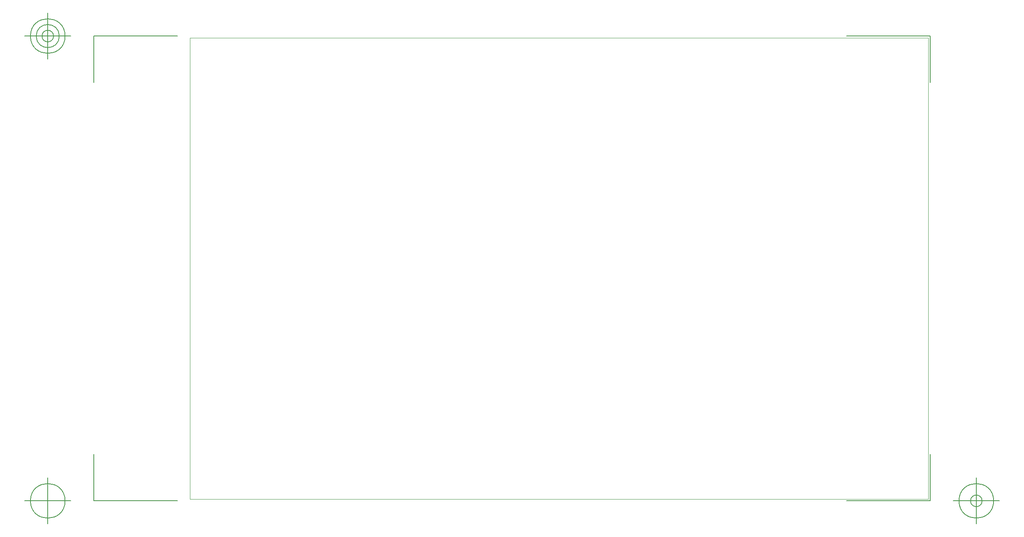
<source format=gbr>
G04 Generated by Ultiboard 12.0 *
%FSLAX25Y25*%
%MOIN*%

%ADD10C,0.00001*%
%ADD11C,0.00004*%
%ADD12C,0.00500*%


G04 ColorRGB 00FFFF for the following layer *
%LNBoard Outline*%
%LPD*%
G54D10*
G54D11*
X0Y0D02*
X629921Y0D01*
X629921Y393701D01*
X0Y393701D01*
X0Y0D01*
G54D12*
X-81772Y-1500D02*
X-81772Y38170D01*
X-81772Y-1500D02*
X-10452Y-1500D01*
X631421Y-1500D02*
X560102Y-1500D01*
X631421Y-1500D02*
X631421Y38170D01*
X631421Y395201D02*
X631421Y355531D01*
X631421Y395201D02*
X560102Y395201D01*
X-81772Y395201D02*
X-10452Y395201D01*
X-81772Y395201D02*
X-81772Y355531D01*
X-101457Y-1500D02*
X-140827Y-1500D01*
X-121142Y-21185D02*
X-121142Y18185D01*
X-135906Y-1500D02*
G75*
D01*
G02X-135906Y-1500I14764J0*
G01*
X651106Y-1500D02*
X690476Y-1500D01*
X670791Y-21185D02*
X670791Y18185D01*
X656028Y-1500D02*
G75*
D01*
G02X656028Y-1500I14763J0*
G01*
X665870Y-1500D02*
G75*
D01*
G02X665870Y-1500I4921J0*
G01*
X-101457Y395201D02*
X-140827Y395201D01*
X-121142Y375516D02*
X-121142Y414886D01*
X-135906Y395201D02*
G75*
D01*
G02X-135906Y395201I14764J0*
G01*
X-130984Y395201D02*
G75*
D01*
G02X-130984Y395201I9842J0*
G01*
X-126063Y395201D02*
G75*
D01*
G02X-126063Y395201I4921J0*
G01*

M00*

</source>
